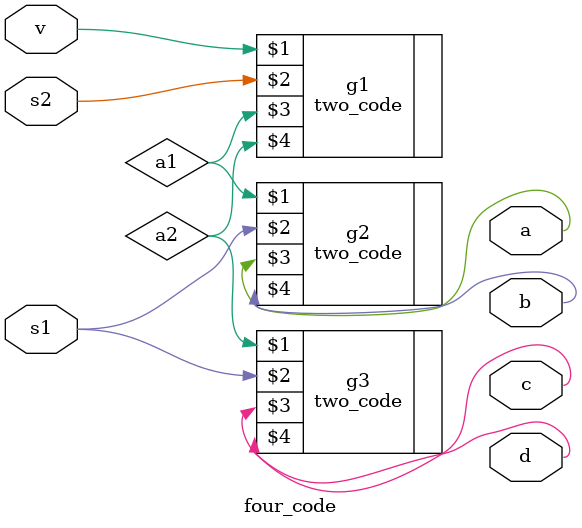
<source format=v>
`timescale 1ns / 1ps
module four_code(v,s1,s2,a,b,c,d);
input v,s1,s2;
output a,b,c,d;
wire a1,a2;
two_code g1(v,s2,a1,a2);
two_code g2(a1,s1,a,b);
two_code g3(a2,s1,c,d);
endmodule
</source>
